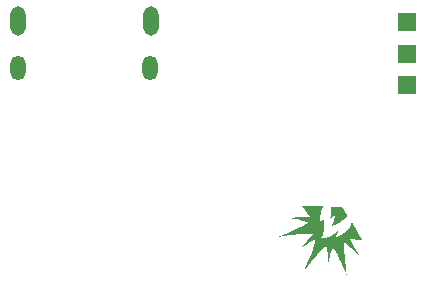
<source format=gbr>
%TF.GenerationSoftware,KiCad,Pcbnew,7.0.7*%
%TF.CreationDate,2023-12-08T19:41:31-05:00*%
%TF.ProjectId,pixie-rev-4,70697869-652d-4726-9576-2d342e6b6963,rev?*%
%TF.SameCoordinates,Original*%
%TF.FileFunction,Soldermask,Bot*%
%TF.FilePolarity,Negative*%
%FSLAX46Y46*%
G04 Gerber Fmt 4.6, Leading zero omitted, Abs format (unit mm)*
G04 Created by KiCad (PCBNEW 7.0.7) date 2023-12-08 19:41:31*
%MOMM*%
%LPD*%
G01*
G04 APERTURE LIST*
%ADD10O,1.300000X2.100000*%
%ADD11O,1.300000X2.500000*%
%ADD12R,1.500000X1.500000*%
G04 APERTURE END LIST*
%TO.C,branding-logo-1*%
G36*
X182242313Y-57829188D02*
G01*
X182670938Y-58543564D01*
X182608955Y-58620954D01*
X182542310Y-58697972D01*
X182471362Y-58774061D01*
X182396474Y-58848661D01*
X182318003Y-58921214D01*
X182236313Y-58991163D01*
X182151762Y-59057950D01*
X182064711Y-59121016D01*
X181975520Y-59179803D01*
X181884551Y-59233753D01*
X181792163Y-59282308D01*
X181698718Y-59324910D01*
X181604574Y-59361001D01*
X181557353Y-59376430D01*
X181510093Y-59390023D01*
X181462839Y-59401708D01*
X181415636Y-59411417D01*
X181368529Y-59419079D01*
X181321562Y-59424625D01*
X181347700Y-59392714D01*
X181375140Y-59353885D01*
X181403325Y-59308661D01*
X181431695Y-59257566D01*
X181459693Y-59201121D01*
X181486761Y-59139852D01*
X181512341Y-59074280D01*
X181535875Y-59004930D01*
X181556804Y-58932324D01*
X181574570Y-58856985D01*
X181588616Y-58779438D01*
X181598383Y-58700204D01*
X181601487Y-58660119D01*
X181603313Y-58619808D01*
X181603789Y-58579337D01*
X181602847Y-58538772D01*
X181600417Y-58498178D01*
X181596429Y-58457620D01*
X181590813Y-58417164D01*
X181583500Y-58376875D01*
X181573396Y-58406737D01*
X181562484Y-58435319D01*
X181550835Y-58462643D01*
X181538526Y-58488729D01*
X181525629Y-58513600D01*
X181512219Y-58537278D01*
X181498371Y-58559785D01*
X181484157Y-58581142D01*
X181454932Y-58620494D01*
X181425137Y-58655510D01*
X181395366Y-58686362D01*
X181366211Y-58713227D01*
X181338265Y-58736278D01*
X181312121Y-58755690D01*
X181288373Y-58771636D01*
X181267612Y-58784292D01*
X181237428Y-58800431D01*
X181226313Y-58805500D01*
X181230700Y-58792494D01*
X181242063Y-58755023D01*
X181249518Y-58727841D01*
X181257706Y-58695414D01*
X181266289Y-58658035D01*
X181274930Y-58615993D01*
X181283292Y-58569579D01*
X181291037Y-58519084D01*
X181297829Y-58464799D01*
X181303331Y-58407013D01*
X181307205Y-58346019D01*
X181309114Y-58282106D01*
X181309226Y-58249146D01*
X181308720Y-58215566D01*
X181307555Y-58181401D01*
X181305688Y-58146688D01*
X181303114Y-58105357D01*
X181301471Y-58064585D01*
X181300944Y-58024184D01*
X181301719Y-57983969D01*
X181303982Y-57943755D01*
X181305730Y-57923589D01*
X181307920Y-57903354D01*
X181310575Y-57883026D01*
X181313718Y-57862582D01*
X181317373Y-57841998D01*
X181321563Y-57821251D01*
X182242313Y-57829188D01*
G37*
G36*
X182223250Y-57832969D02*
G01*
X182651875Y-58547345D01*
X182589892Y-58624735D01*
X182523247Y-58701753D01*
X182452299Y-58777842D01*
X182377411Y-58852442D01*
X182298940Y-58924995D01*
X182217250Y-58994944D01*
X182132699Y-59061731D01*
X182045648Y-59124797D01*
X181956457Y-59183584D01*
X181865488Y-59237534D01*
X181773100Y-59286089D01*
X181679655Y-59328691D01*
X181585511Y-59364782D01*
X181538290Y-59380211D01*
X181491030Y-59393804D01*
X181443776Y-59405489D01*
X181396573Y-59415198D01*
X181349466Y-59422860D01*
X181302499Y-59428406D01*
X181328637Y-59396495D01*
X181356077Y-59357666D01*
X181384262Y-59312442D01*
X181412632Y-59261347D01*
X181440630Y-59204902D01*
X181467698Y-59143633D01*
X181493278Y-59078061D01*
X181516812Y-59008711D01*
X181537741Y-58936105D01*
X181555507Y-58860766D01*
X181569553Y-58783219D01*
X181579320Y-58703985D01*
X181582424Y-58663900D01*
X181584250Y-58623589D01*
X181584726Y-58583118D01*
X181583784Y-58542553D01*
X181581354Y-58501959D01*
X181577366Y-58461401D01*
X181571750Y-58420945D01*
X181564437Y-58380656D01*
X181554333Y-58410518D01*
X181543421Y-58439100D01*
X181531772Y-58466424D01*
X181519463Y-58492510D01*
X181506566Y-58517381D01*
X181493156Y-58541059D01*
X181479308Y-58563566D01*
X181465094Y-58584923D01*
X181435869Y-58624275D01*
X181406074Y-58659291D01*
X181376303Y-58690143D01*
X181347148Y-58717008D01*
X181319202Y-58740059D01*
X181293058Y-58759471D01*
X181269310Y-58775417D01*
X181248549Y-58788073D01*
X181218365Y-58804212D01*
X181207250Y-58809281D01*
X181211637Y-58796275D01*
X181223000Y-58758804D01*
X181230455Y-58731622D01*
X181238643Y-58699195D01*
X181247226Y-58661816D01*
X181255867Y-58619774D01*
X181264229Y-58573360D01*
X181271974Y-58522865D01*
X181278766Y-58468580D01*
X181284268Y-58410794D01*
X181288142Y-58349800D01*
X181290051Y-58285887D01*
X181290163Y-58252927D01*
X181289657Y-58219347D01*
X181288492Y-58185182D01*
X181286625Y-58150469D01*
X181284051Y-58109138D01*
X181282408Y-58068366D01*
X181281881Y-58027965D01*
X181282656Y-57987750D01*
X181284919Y-57947536D01*
X181286667Y-57927370D01*
X181288857Y-57907135D01*
X181291512Y-57886807D01*
X181294655Y-57866363D01*
X181298310Y-57845779D01*
X181302500Y-57825032D01*
X182223250Y-57832969D01*
G37*
G36*
X180615125Y-57805376D02*
G01*
X180603399Y-57823336D01*
X180592010Y-57841529D01*
X180570105Y-57878798D01*
X180549129Y-57917555D01*
X180528805Y-57958173D01*
X180508853Y-58001023D01*
X180488994Y-58046477D01*
X180468948Y-58094908D01*
X180448438Y-58146688D01*
X180428507Y-58215587D01*
X180412890Y-58285253D01*
X180400877Y-58355524D01*
X180391759Y-58426237D01*
X180379372Y-58568337D01*
X180370055Y-58710251D01*
X180358133Y-58850676D01*
X180349423Y-58919924D01*
X180337933Y-58988311D01*
X180322955Y-59055675D01*
X180303780Y-59121853D01*
X180279698Y-59186683D01*
X180250000Y-59250000D01*
X180284454Y-59227752D01*
X180316524Y-59205585D01*
X180346431Y-59183394D01*
X180374396Y-59161076D01*
X180400641Y-59138525D01*
X180425385Y-59115636D01*
X180448851Y-59092307D01*
X180471258Y-59068430D01*
X180492829Y-59043902D01*
X180513783Y-59018619D01*
X180534342Y-58992475D01*
X180554726Y-58965367D01*
X180595856Y-58907835D01*
X180638938Y-58845188D01*
X180665867Y-59052803D01*
X180676523Y-59159681D01*
X180684703Y-59267860D01*
X180689953Y-59376784D01*
X180691819Y-59485893D01*
X180689848Y-59594631D01*
X180683587Y-59702438D01*
X180672582Y-59808757D01*
X180656379Y-59913030D01*
X180634526Y-60014698D01*
X180606568Y-60113204D01*
X180572053Y-60207989D01*
X180530526Y-60298495D01*
X180481535Y-60384164D01*
X180454099Y-60425010D01*
X180424626Y-60464438D01*
X180454702Y-60469477D01*
X180490971Y-60473490D01*
X180540216Y-60476469D01*
X180601553Y-60476889D01*
X180674099Y-60473228D01*
X180756970Y-60463964D01*
X180802001Y-60456753D01*
X180849282Y-60447571D01*
X180898702Y-60436226D01*
X180950152Y-60422528D01*
X181003520Y-60406287D01*
X181058696Y-60387311D01*
X181115569Y-60365412D01*
X181174030Y-60340397D01*
X181233967Y-60312078D01*
X181295270Y-60280263D01*
X181357829Y-60244763D01*
X181421534Y-60205386D01*
X181486273Y-60161943D01*
X181551937Y-60114242D01*
X181618414Y-60062095D01*
X181685595Y-60005309D01*
X181753369Y-59943695D01*
X181821626Y-59877063D01*
X181826259Y-59895800D01*
X181829763Y-59914782D01*
X181832171Y-59933972D01*
X181833516Y-59953337D01*
X181833833Y-59972842D01*
X181833154Y-59992451D01*
X181831513Y-60012130D01*
X181828943Y-60031844D01*
X181821151Y-60071237D01*
X181810045Y-60110351D01*
X181795893Y-60148907D01*
X181778962Y-60186625D01*
X181759519Y-60223228D01*
X181737832Y-60258435D01*
X181714169Y-60291968D01*
X181688797Y-60323547D01*
X181661982Y-60352895D01*
X181633994Y-60379730D01*
X181605098Y-60403775D01*
X181575563Y-60424751D01*
X181633732Y-60414410D01*
X181708284Y-60395233D01*
X181796625Y-60367126D01*
X181896163Y-60329996D01*
X182004306Y-60283751D01*
X182118460Y-60228297D01*
X182236032Y-60163541D01*
X182354429Y-60089391D01*
X182471060Y-60005752D01*
X182527902Y-59960346D01*
X182583330Y-59912533D01*
X182637020Y-59862302D01*
X182688647Y-59809640D01*
X182737888Y-59754537D01*
X182784419Y-59696980D01*
X182827914Y-59636959D01*
X182868051Y-59574461D01*
X182904505Y-59509474D01*
X182936952Y-59441988D01*
X182965068Y-59371991D01*
X182988528Y-59299470D01*
X183007010Y-59224414D01*
X183020187Y-59146813D01*
X183917125Y-60662875D01*
X182853500Y-60559687D01*
X183127344Y-61044867D01*
X183253475Y-61263133D01*
X183389281Y-61493956D01*
X183528063Y-61724221D01*
X183663125Y-61940813D01*
X183306558Y-61593671D01*
X183141157Y-61436146D01*
X182983477Y-61288945D01*
X182832866Y-61151791D01*
X182688673Y-61024403D01*
X182550247Y-60906503D01*
X182416938Y-60797812D01*
X182404171Y-60931422D01*
X182395543Y-61070462D01*
X182390916Y-61215153D01*
X182390148Y-61365716D01*
X182393102Y-61522371D01*
X182399636Y-61685340D01*
X182422891Y-62031102D01*
X182458795Y-62404769D01*
X182506234Y-62808108D01*
X182564091Y-63242888D01*
X182631250Y-63710875D01*
X182463183Y-63291800D01*
X182303208Y-62903234D01*
X182149745Y-62544435D01*
X182001211Y-62214656D01*
X181856026Y-61913155D01*
X181712609Y-61639188D01*
X181569377Y-61392009D01*
X181497337Y-61278233D01*
X181424750Y-61170875D01*
X181372195Y-61327563D01*
X181321314Y-61494204D01*
X181271550Y-61671077D01*
X181222344Y-61858461D01*
X181173137Y-62056635D01*
X181123373Y-62265878D01*
X181019938Y-62718687D01*
X181015349Y-62222345D01*
X181009473Y-61993987D01*
X181001086Y-61778094D01*
X180990094Y-61574106D01*
X180976405Y-61381467D01*
X180959926Y-61199617D01*
X180940563Y-61028000D01*
X180836149Y-61113215D01*
X180731072Y-61205198D01*
X180625041Y-61304018D01*
X180517767Y-61409744D01*
X180408958Y-61522446D01*
X180298323Y-61642195D01*
X180185572Y-61769059D01*
X180070414Y-61903109D01*
X179952559Y-62044414D01*
X179831716Y-62193045D01*
X179579902Y-62512560D01*
X179312647Y-62862213D01*
X179027626Y-63242562D01*
X179367201Y-62440999D01*
X179513456Y-62079331D01*
X179642781Y-61741383D01*
X179754247Y-61425386D01*
X179846924Y-61129575D01*
X179919881Y-60852181D01*
X179948674Y-60719838D01*
X179972188Y-60591437D01*
X179825918Y-60666596D01*
X179672671Y-60749195D01*
X179512169Y-60839236D01*
X179344133Y-60936719D01*
X179168283Y-61041643D01*
X178984341Y-61154008D01*
X178792027Y-61273814D01*
X178591063Y-61401062D01*
X178934855Y-61048960D01*
X179092241Y-60884675D01*
X179239953Y-60727367D01*
X179377991Y-60576384D01*
X179506355Y-60431075D01*
X179625046Y-60290789D01*
X179734062Y-60154875D01*
X179600452Y-60139316D01*
X179461412Y-60128257D01*
X179316721Y-60121546D01*
X179166159Y-60119032D01*
X179009504Y-60120565D01*
X178846535Y-60125993D01*
X178500773Y-60147930D01*
X178127106Y-60183633D01*
X177723767Y-60231894D01*
X177288987Y-60291503D01*
X176821000Y-60361250D01*
X177240075Y-60193183D01*
X177628641Y-60033208D01*
X177987440Y-59879745D01*
X178317219Y-59731211D01*
X178618720Y-59586026D01*
X178892687Y-59442609D01*
X179139866Y-59299377D01*
X179253642Y-59227337D01*
X179361000Y-59154751D01*
X179204312Y-59104475D01*
X179037671Y-59054664D01*
X178860798Y-59005039D01*
X178673414Y-58955321D01*
X178475240Y-58905231D01*
X178265997Y-58854490D01*
X177813188Y-58749938D01*
X178086380Y-58746528D01*
X178372038Y-58737536D01*
X178920469Y-58710251D01*
X179503875Y-58670563D01*
X178805375Y-57781563D01*
X180615125Y-57805376D01*
G37*
G36*
X180596062Y-57809157D02*
G01*
X180584336Y-57827117D01*
X180572947Y-57845310D01*
X180551042Y-57882579D01*
X180530066Y-57921336D01*
X180509742Y-57961954D01*
X180489790Y-58004804D01*
X180469931Y-58050258D01*
X180449885Y-58098689D01*
X180429375Y-58150469D01*
X180409444Y-58219368D01*
X180393827Y-58289034D01*
X180381814Y-58359305D01*
X180372696Y-58430018D01*
X180360309Y-58572118D01*
X180350992Y-58714032D01*
X180339070Y-58854457D01*
X180330360Y-58923705D01*
X180318870Y-58992092D01*
X180303892Y-59059456D01*
X180284717Y-59125634D01*
X180260635Y-59190464D01*
X180230937Y-59253781D01*
X180265391Y-59231533D01*
X180297461Y-59209366D01*
X180327368Y-59187175D01*
X180355333Y-59164857D01*
X180381578Y-59142306D01*
X180406322Y-59119417D01*
X180429788Y-59096088D01*
X180452195Y-59072211D01*
X180473766Y-59047683D01*
X180494720Y-59022400D01*
X180515279Y-58996256D01*
X180535663Y-58969148D01*
X180576793Y-58911616D01*
X180619875Y-58848969D01*
X180646804Y-59056584D01*
X180657460Y-59163462D01*
X180665640Y-59271641D01*
X180670890Y-59380565D01*
X180672756Y-59489674D01*
X180670785Y-59598412D01*
X180664524Y-59706219D01*
X180653519Y-59812538D01*
X180637316Y-59916811D01*
X180615463Y-60018479D01*
X180587505Y-60116985D01*
X180552990Y-60211770D01*
X180511463Y-60302276D01*
X180462472Y-60387945D01*
X180435036Y-60428791D01*
X180405563Y-60468219D01*
X180435639Y-60473258D01*
X180471908Y-60477271D01*
X180521153Y-60480250D01*
X180582490Y-60480670D01*
X180655036Y-60477009D01*
X180737907Y-60467745D01*
X180782938Y-60460534D01*
X180830219Y-60451352D01*
X180879639Y-60440007D01*
X180931089Y-60426309D01*
X180984457Y-60410068D01*
X181039633Y-60391092D01*
X181096506Y-60369193D01*
X181154967Y-60344178D01*
X181214904Y-60315859D01*
X181276207Y-60284044D01*
X181338766Y-60248544D01*
X181402471Y-60209167D01*
X181467210Y-60165724D01*
X181532874Y-60118023D01*
X181599351Y-60065876D01*
X181666532Y-60009090D01*
X181734306Y-59947476D01*
X181802563Y-59880844D01*
X181807196Y-59899581D01*
X181810700Y-59918563D01*
X181813108Y-59937753D01*
X181814453Y-59957118D01*
X181814770Y-59976623D01*
X181814091Y-59996232D01*
X181812450Y-60015911D01*
X181809880Y-60035625D01*
X181802088Y-60075018D01*
X181790982Y-60114132D01*
X181776830Y-60152688D01*
X181759899Y-60190406D01*
X181740456Y-60227009D01*
X181718769Y-60262216D01*
X181695106Y-60295749D01*
X181669734Y-60327328D01*
X181642919Y-60356676D01*
X181614931Y-60383511D01*
X181586035Y-60407556D01*
X181556500Y-60428532D01*
X181614669Y-60418191D01*
X181689221Y-60399014D01*
X181777562Y-60370907D01*
X181877100Y-60333777D01*
X181985243Y-60287532D01*
X182099397Y-60232078D01*
X182216969Y-60167322D01*
X182335366Y-60093172D01*
X182451997Y-60009533D01*
X182508839Y-59964127D01*
X182564267Y-59916314D01*
X182617957Y-59866083D01*
X182669584Y-59813421D01*
X182718825Y-59758318D01*
X182765356Y-59700761D01*
X182808851Y-59640740D01*
X182848988Y-59578242D01*
X182885442Y-59513255D01*
X182917889Y-59445769D01*
X182946005Y-59375772D01*
X182969465Y-59303251D01*
X182987947Y-59228195D01*
X183001124Y-59150594D01*
X183898062Y-60666656D01*
X182834437Y-60563468D01*
X183108281Y-61048648D01*
X183234412Y-61266914D01*
X183370218Y-61497737D01*
X183509000Y-61728002D01*
X183644062Y-61944594D01*
X183287495Y-61597452D01*
X183122094Y-61439927D01*
X182964414Y-61292726D01*
X182813803Y-61155572D01*
X182669610Y-61028184D01*
X182531184Y-60910284D01*
X182397875Y-60801593D01*
X182385108Y-60935203D01*
X182376480Y-61074243D01*
X182371853Y-61218934D01*
X182371085Y-61369497D01*
X182374039Y-61526152D01*
X182380573Y-61689121D01*
X182403828Y-62034883D01*
X182439732Y-62408550D01*
X182487171Y-62811889D01*
X182545028Y-63246669D01*
X182612187Y-63714656D01*
X182444120Y-63295581D01*
X182284145Y-62907015D01*
X182130682Y-62548216D01*
X181982148Y-62218437D01*
X181836963Y-61916936D01*
X181693546Y-61642969D01*
X181550314Y-61395790D01*
X181478274Y-61282014D01*
X181405687Y-61174656D01*
X181353132Y-61331344D01*
X181302251Y-61497985D01*
X181252487Y-61674858D01*
X181203281Y-61862242D01*
X181154074Y-62060416D01*
X181104310Y-62269659D01*
X181000875Y-62722468D01*
X180996286Y-62226126D01*
X180990410Y-61997768D01*
X180982023Y-61781875D01*
X180971031Y-61577887D01*
X180957342Y-61385248D01*
X180940863Y-61203398D01*
X180921500Y-61031781D01*
X180817086Y-61116996D01*
X180712009Y-61208979D01*
X180605978Y-61307799D01*
X180498704Y-61413525D01*
X180389895Y-61526227D01*
X180279260Y-61645976D01*
X180166509Y-61772840D01*
X180051351Y-61906890D01*
X179933496Y-62048195D01*
X179812653Y-62196826D01*
X179560839Y-62516341D01*
X179293584Y-62865994D01*
X179008563Y-63246343D01*
X179348138Y-62444780D01*
X179494393Y-62083112D01*
X179623718Y-61745164D01*
X179735184Y-61429167D01*
X179827861Y-61133356D01*
X179900818Y-60855962D01*
X179929611Y-60723619D01*
X179953125Y-60595218D01*
X179806855Y-60670377D01*
X179653608Y-60752976D01*
X179493106Y-60843017D01*
X179325070Y-60940500D01*
X179149220Y-61045424D01*
X178965278Y-61157789D01*
X178772964Y-61277595D01*
X178572000Y-61404843D01*
X178915792Y-61052741D01*
X179073178Y-60888456D01*
X179220890Y-60731148D01*
X179358928Y-60580165D01*
X179487292Y-60434856D01*
X179605983Y-60294570D01*
X179714999Y-60158656D01*
X179581389Y-60143097D01*
X179442349Y-60132038D01*
X179297658Y-60125327D01*
X179147096Y-60122813D01*
X178990441Y-60124346D01*
X178827472Y-60129774D01*
X178481710Y-60151711D01*
X178108043Y-60187414D01*
X177704704Y-60235675D01*
X177269924Y-60295284D01*
X176801937Y-60365031D01*
X177221012Y-60196964D01*
X177609578Y-60036989D01*
X177968377Y-59883526D01*
X178298156Y-59734992D01*
X178599657Y-59589807D01*
X178873624Y-59446390D01*
X179120803Y-59303158D01*
X179234579Y-59231118D01*
X179341937Y-59158532D01*
X179185249Y-59108256D01*
X179018608Y-59058445D01*
X178841735Y-59008820D01*
X178654351Y-58959102D01*
X178456177Y-58909012D01*
X178246934Y-58858271D01*
X177794125Y-58753719D01*
X178067317Y-58750309D01*
X178352975Y-58741317D01*
X178901406Y-58714032D01*
X179484812Y-58674344D01*
X178786312Y-57785344D01*
X180596062Y-57809157D01*
G37*
%TD*%
D10*
%TO.C,J201*%
X165980000Y-46100000D03*
D11*
X166000000Y-42100000D03*
D10*
X154780000Y-46100000D03*
D11*
X154760000Y-42100000D03*
%TD*%
D12*
%TO.C,GND201*%
X187749999Y-44874998D03*
%TD*%
%TO.C,BOOT301*%
X187750000Y-42225000D03*
%TD*%
%TO.C,PU301*%
X187750000Y-47524999D03*
%TD*%
M02*

</source>
